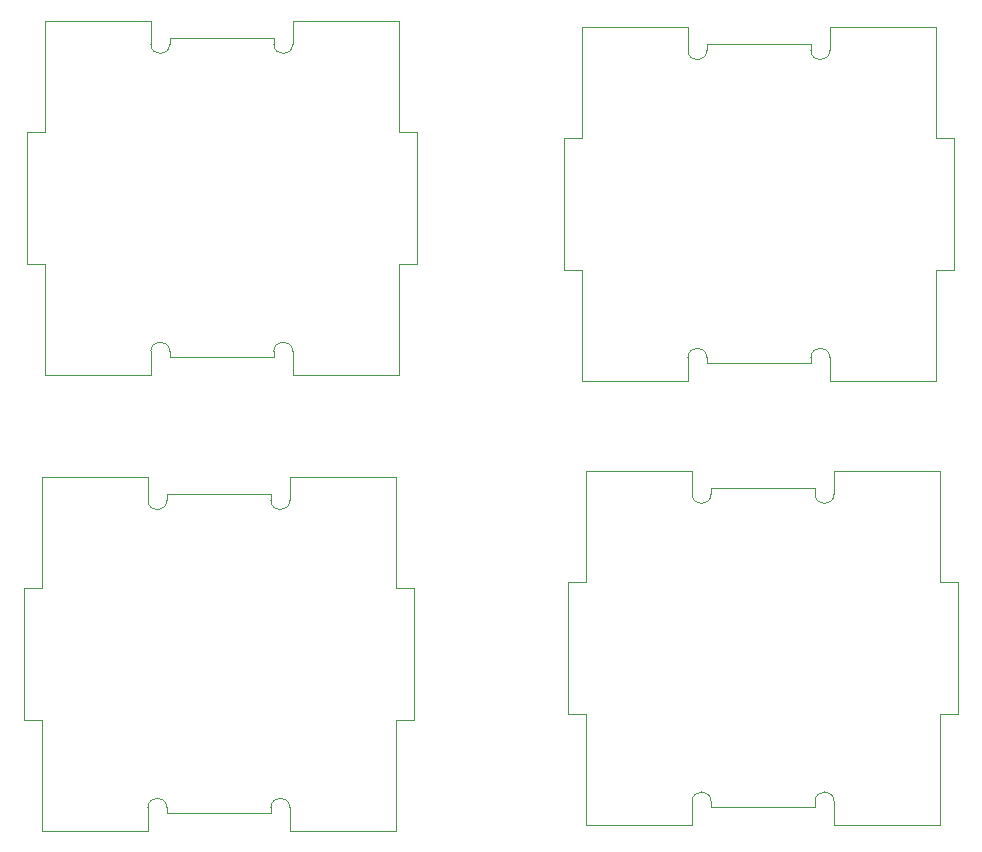
<source format=gbr>
%TF.GenerationSoftware,KiCad,Pcbnew,(6.0.8-1)-1*%
%TF.CreationDate,2022-11-01T16:04:11-07:00*%
%TF.ProjectId,11:1_cuts,31313a31-5f63-4757-9473-2e6b69636164,rev?*%
%TF.SameCoordinates,Original*%
%TF.FileFunction,Profile,NP*%
%FSLAX46Y46*%
G04 Gerber Fmt 4.6, Leading zero omitted, Abs format (unit mm)*
G04 Created by KiCad (PCBNEW (6.0.8-1)-1) date 2022-11-01 16:04:11*
%MOMM*%
%LPD*%
G01*
G04 APERTURE LIST*
%TA.AperFunction,Profile*%
%ADD10C,0.100000*%
%TD*%
G04 APERTURE END LIST*
D10*
X100800000Y-61200000D02*
X91800000Y-61200000D01*
X102387500Y-62700000D02*
X102387500Y-63200000D01*
X102387500Y-89700000D02*
X111212500Y-89700000D01*
X91800000Y-91200000D02*
X100800000Y-91200000D01*
X111212500Y-63200000D02*
X111212500Y-62700000D01*
X112800000Y-89200000D02*
G75*
G03*
X111212500Y-89200000I-793750J0D01*
G01*
X102387500Y-89200000D02*
G75*
G03*
X100800000Y-89200000I-793750J0D01*
G01*
X111212500Y-63200000D02*
G75*
G03*
X112800000Y-63200000I793750J0D01*
G01*
X123300000Y-70596875D02*
X121800000Y-70596875D01*
X121800000Y-61200000D02*
X112800000Y-61200000D01*
X90300000Y-70596875D02*
X90300000Y-81803125D01*
X121800000Y-81803125D02*
X123300000Y-81803125D01*
X100800000Y-63200000D02*
G75*
G03*
X102387500Y-63200000I793750J0D01*
G01*
X121800000Y-91200000D02*
X121800000Y-81803125D01*
X112800000Y-61200000D02*
X112800000Y-63200000D01*
X102387500Y-89200000D02*
X102387500Y-89700000D01*
X112800000Y-89200000D02*
X112800000Y-91200000D01*
X91800000Y-61200000D02*
X91800000Y-70596875D01*
X123300000Y-81803125D02*
X123300000Y-70596875D01*
X100800000Y-91200000D02*
X100800000Y-89200000D01*
X90300000Y-81803125D02*
X91800000Y-81803125D01*
X111212500Y-89700000D02*
X111212500Y-89200000D01*
X121800000Y-70596875D02*
X121800000Y-61200000D01*
X111212500Y-62700000D02*
X102387500Y-62700000D01*
X91800000Y-70596875D02*
X90300000Y-70596875D01*
X112800000Y-91200000D02*
X121800000Y-91200000D01*
X100800000Y-63200000D02*
X100800000Y-61200000D01*
X91800000Y-81803125D02*
X91800000Y-91200000D01*
X54720000Y-61723125D02*
X45720000Y-61723125D01*
X56307500Y-63223125D02*
X56307500Y-63723125D01*
X56307500Y-90223125D02*
X65132500Y-90223125D01*
X45720000Y-91723125D02*
X54720000Y-91723125D01*
X65132500Y-63723125D02*
X65132500Y-63223125D01*
X66720000Y-89723125D02*
G75*
G03*
X65132500Y-89723125I-793750J0D01*
G01*
X56307500Y-89723125D02*
G75*
G03*
X54720000Y-89723125I-793750J0D01*
G01*
X65132500Y-63723125D02*
G75*
G03*
X66720000Y-63723125I793750J0D01*
G01*
X77220000Y-71120000D02*
X75720000Y-71120000D01*
X75720000Y-61723125D02*
X66720000Y-61723125D01*
X44220000Y-71120000D02*
X44220000Y-82326250D01*
X75720000Y-82326250D02*
X77220000Y-82326250D01*
X54720000Y-63723125D02*
G75*
G03*
X56307500Y-63723125I793750J0D01*
G01*
X75720000Y-91723125D02*
X75720000Y-82326250D01*
X66720000Y-61723125D02*
X66720000Y-63723125D01*
X56307500Y-89723125D02*
X56307500Y-90223125D01*
X66720000Y-89723125D02*
X66720000Y-91723125D01*
X45720000Y-61723125D02*
X45720000Y-71120000D01*
X77220000Y-82326250D02*
X77220000Y-71120000D01*
X54720000Y-91723125D02*
X54720000Y-89723125D01*
X44220000Y-82326250D02*
X45720000Y-82326250D01*
X65132500Y-90223125D02*
X65132500Y-89723125D01*
X75720000Y-71120000D02*
X75720000Y-61723125D01*
X65132500Y-63223125D02*
X56307500Y-63223125D01*
X45720000Y-71120000D02*
X44220000Y-71120000D01*
X66720000Y-91723125D02*
X75720000Y-91723125D01*
X54720000Y-63723125D02*
X54720000Y-61723125D01*
X45720000Y-82326250D02*
X45720000Y-91723125D01*
X100440000Y-23623125D02*
X91440000Y-23623125D01*
X102027500Y-25123125D02*
X102027500Y-25623125D01*
X102027500Y-52123125D02*
X110852500Y-52123125D01*
X91440000Y-53623125D02*
X100440000Y-53623125D01*
X110852500Y-25623125D02*
X110852500Y-25123125D01*
X112440000Y-51623125D02*
G75*
G03*
X110852500Y-51623125I-793750J0D01*
G01*
X102027500Y-51623125D02*
G75*
G03*
X100440000Y-51623125I-793750J0D01*
G01*
X110852500Y-25623125D02*
G75*
G03*
X112440000Y-25623125I793750J0D01*
G01*
X122940000Y-33020000D02*
X121440000Y-33020000D01*
X121440000Y-23623125D02*
X112440000Y-23623125D01*
X89940000Y-33020000D02*
X89940000Y-44226250D01*
X121440000Y-44226250D02*
X122940000Y-44226250D01*
X100440000Y-25623125D02*
G75*
G03*
X102027500Y-25623125I793750J0D01*
G01*
X121440000Y-53623125D02*
X121440000Y-44226250D01*
X112440000Y-23623125D02*
X112440000Y-25623125D01*
X102027500Y-51623125D02*
X102027500Y-52123125D01*
X112440000Y-51623125D02*
X112440000Y-53623125D01*
X91440000Y-23623125D02*
X91440000Y-33020000D01*
X122940000Y-44226250D02*
X122940000Y-33020000D01*
X100440000Y-53623125D02*
X100440000Y-51623125D01*
X89940000Y-44226250D02*
X91440000Y-44226250D01*
X110852500Y-52123125D02*
X110852500Y-51623125D01*
X121440000Y-33020000D02*
X121440000Y-23623125D01*
X110852500Y-25123125D02*
X102027500Y-25123125D01*
X91440000Y-33020000D02*
X89940000Y-33020000D01*
X112440000Y-53623125D02*
X121440000Y-53623125D01*
X100440000Y-25623125D02*
X100440000Y-23623125D01*
X91440000Y-44226250D02*
X91440000Y-53623125D01*
X45960000Y-23100000D02*
X45960000Y-32496875D01*
X54960000Y-23100000D02*
X45960000Y-23100000D01*
X54960000Y-25100000D02*
X54960000Y-23100000D01*
X54960000Y-25100000D02*
G75*
G03*
X56547500Y-25100000I793750J0D01*
G01*
X56547500Y-24600000D02*
X56547500Y-25100000D01*
X65372500Y-24600000D02*
X56547500Y-24600000D01*
X65372500Y-25100000D02*
X65372500Y-24600000D01*
X65372500Y-25100000D02*
G75*
G03*
X66960000Y-25100000I793750J0D01*
G01*
X66960000Y-23100000D02*
X66960000Y-25100000D01*
X75960000Y-23100000D02*
X66960000Y-23100000D01*
X75960000Y-32496875D02*
X75960000Y-23100000D01*
X77460000Y-32496875D02*
X75960000Y-32496875D01*
X77460000Y-43703125D02*
X77460000Y-32496875D01*
X75960000Y-43703125D02*
X77460000Y-43703125D01*
X75960000Y-53100000D02*
X75960000Y-43703125D01*
X66960000Y-53100000D02*
X75960000Y-53100000D01*
X66960000Y-51100000D02*
X66960000Y-53100000D01*
X66960000Y-51100000D02*
G75*
G03*
X65372500Y-51100000I-793750J0D01*
G01*
X65372500Y-51600000D02*
X65372500Y-51100000D01*
X56547500Y-51600000D02*
X65372500Y-51600000D01*
X56547500Y-51100000D02*
X56547500Y-51600000D01*
X56547500Y-51100000D02*
G75*
G03*
X54960000Y-51100000I-793750J0D01*
G01*
X54960000Y-53100000D02*
X54960000Y-51100000D01*
X45960000Y-53100000D02*
X54960000Y-53100000D01*
X45960000Y-43703125D02*
X45960000Y-53100000D01*
X44460000Y-43703125D02*
X45960000Y-43703125D01*
X44460000Y-32496875D02*
X44460000Y-43703125D01*
X45960000Y-32496875D02*
X44460000Y-32496875D01*
M02*

</source>
